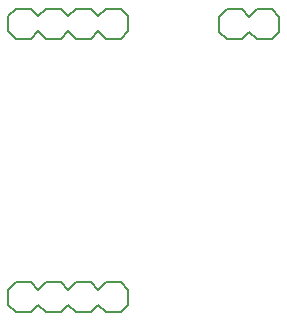
<source format=gto>
G75*
%MOIN*%
%OFA0B0*%
%FSLAX25Y25*%
%IPPOS*%
%LPD*%
%AMOC8*
5,1,8,0,0,1.08239X$1,22.5*
%
%ADD10C,0.00800*%
D10*
X0064635Y0060166D02*
X0067135Y0057666D01*
X0072135Y0057666D01*
X0074635Y0060166D01*
X0077135Y0057666D01*
X0082135Y0057666D01*
X0084635Y0060166D01*
X0087135Y0057666D01*
X0092135Y0057666D01*
X0094635Y0060166D01*
X0097135Y0057666D01*
X0102135Y0057666D01*
X0104635Y0060166D01*
X0104635Y0065166D01*
X0102135Y0067666D01*
X0097135Y0067666D01*
X0094635Y0065166D01*
X0092135Y0067666D01*
X0087135Y0067666D01*
X0084635Y0065166D01*
X0082135Y0067666D01*
X0077135Y0067666D01*
X0074635Y0065166D01*
X0072135Y0067666D01*
X0067135Y0067666D01*
X0064635Y0065166D01*
X0064635Y0060166D01*
X0067135Y0148729D02*
X0072135Y0148729D01*
X0074635Y0151229D01*
X0077135Y0148729D01*
X0082135Y0148729D01*
X0084635Y0151229D01*
X0087135Y0148729D01*
X0092135Y0148729D01*
X0094635Y0151229D01*
X0097135Y0148729D01*
X0102135Y0148729D01*
X0104635Y0151229D01*
X0104635Y0156229D01*
X0102135Y0158729D01*
X0097135Y0158729D01*
X0094635Y0156229D01*
X0092135Y0158729D01*
X0087135Y0158729D01*
X0084635Y0156229D01*
X0082135Y0158729D01*
X0077135Y0158729D01*
X0074635Y0156229D01*
X0072135Y0158729D01*
X0067135Y0158729D01*
X0064635Y0156229D01*
X0064635Y0151229D01*
X0067135Y0148729D01*
X0135107Y0151150D02*
X0137607Y0148650D01*
X0142607Y0148650D01*
X0145107Y0151150D01*
X0147607Y0148650D01*
X0152607Y0148650D01*
X0155107Y0151150D01*
X0155107Y0156150D01*
X0152607Y0158650D01*
X0147607Y0158650D01*
X0145107Y0156150D01*
X0142607Y0158650D01*
X0137607Y0158650D01*
X0135107Y0156150D01*
X0135107Y0151150D01*
M02*

</source>
